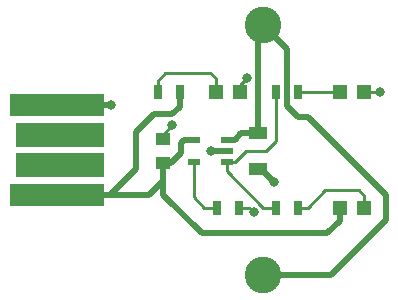
<source format=gtl>
G04 #@! TF.GenerationSoftware,KiCad,Pcbnew,(2017-01-24 revision 0b6147e)-makepkg*
G04 #@! TF.CreationDate,2017-09-23T14:32:10-07:00*
G04 #@! TF.ProjectId,LIR2032Charger,4C495232303332436861726765722E6B,rev?*
G04 #@! TF.FileFunction,Copper,L1,Top,Signal*
G04 #@! TF.FilePolarity,Positive*
%FSLAX46Y46*%
G04 Gerber Fmt 4.6, Leading zero omitted, Abs format (unit mm)*
G04 Created by KiCad (PCBNEW (2017-01-24 revision 0b6147e)-makepkg) date 09/23/17 14:32:10*
%MOMM*%
%LPD*%
G01*
G04 APERTURE LIST*
%ADD10C,0.100000*%
%ADD11C,3.100000*%
%ADD12R,1.250000X1.000000*%
%ADD13R,1.600000X1.000000*%
%ADD14R,8.000000X1.900000*%
%ADD15R,7.500000X2.000000*%
%ADD16R,1.198880X1.198880*%
%ADD17R,0.700000X1.300000*%
%ADD18R,1.100000X0.600000*%
%ADD19C,0.800000*%
%ADD20C,0.254000*%
%ADD21C,0.508000*%
%ADD22C,0.250000*%
G04 APERTURE END LIST*
D10*
D11*
X126450000Y-84845000D03*
X126450000Y-105955000D03*
D12*
X118000000Y-96500000D03*
X118000000Y-94500000D03*
D13*
X126000000Y-94000000D03*
X126000000Y-97000000D03*
D14*
X109000000Y-99210000D03*
X109000000Y-91590000D03*
D15*
X109250000Y-94100000D03*
X109250000Y-96700000D03*
D16*
X135049020Y-100300000D03*
X132950980Y-100300000D03*
X132950980Y-90500000D03*
X135049020Y-90500000D03*
D17*
X129450000Y-100300000D03*
X127550000Y-100300000D03*
X127550000Y-90500000D03*
X129450000Y-90500000D03*
X124450000Y-100300000D03*
X122550000Y-100300000D03*
X119450000Y-90500000D03*
X117550000Y-90500000D03*
D18*
X123380000Y-94530000D03*
X123380000Y-95480000D03*
X123380000Y-96430000D03*
X120580000Y-96430000D03*
X120580000Y-94530000D03*
D16*
X122450980Y-90500000D03*
X124549020Y-90500000D03*
D19*
X125700000Y-100700000D03*
X113620000Y-91580000D03*
X125140000Y-89290000D03*
X118770000Y-93330000D03*
X127360000Y-98090000D03*
X122080000Y-95480000D03*
X136340000Y-90500000D03*
D20*
X124450000Y-100300000D02*
X125300000Y-100300000D01*
X125300000Y-100300000D02*
X125700000Y-100700000D01*
D21*
X109000000Y-91590000D02*
X113610000Y-91590000D01*
X113610000Y-91590000D02*
X113620000Y-91580000D01*
D20*
X124549020Y-90500000D02*
X124549020Y-89880980D01*
X124549020Y-89880980D02*
X125140000Y-89290000D01*
X118000000Y-94500000D02*
X118000000Y-94100000D01*
X118000000Y-94100000D02*
X118770000Y-93330000D01*
D21*
X126000000Y-97000000D02*
X126270000Y-97000000D01*
X126270000Y-97000000D02*
X127360000Y-98090000D01*
X123380000Y-95480000D02*
X122080000Y-95480000D01*
D20*
X135049020Y-90500000D02*
X136340000Y-90500000D01*
D21*
X128480000Y-91650000D02*
X128480000Y-86875000D01*
X128480000Y-86875000D02*
X126450000Y-84845000D01*
X129440000Y-92610000D02*
X128480000Y-91650000D01*
X130250000Y-92610000D02*
X129440000Y-92610000D01*
X136870000Y-99230000D02*
X130250000Y-92610000D01*
X136870000Y-101310000D02*
X136870000Y-99230000D01*
X132225000Y-105955000D02*
X136870000Y-101310000D01*
X126450000Y-105955000D02*
X132225000Y-105955000D01*
X126000000Y-94000000D02*
X126000000Y-85295000D01*
X126000000Y-85295000D02*
X126450000Y-84845000D01*
X124070000Y-94530000D02*
X124600000Y-94000000D01*
X124600000Y-94000000D02*
X126000000Y-94000000D01*
X123380000Y-94530000D02*
X124070000Y-94530000D01*
X131890000Y-102470000D02*
X132950980Y-101409020D01*
X132950980Y-101409020D02*
X132950980Y-100300000D01*
X121270000Y-102470000D02*
X131890000Y-102470000D01*
X118000000Y-99200000D02*
X121270000Y-102470000D01*
X118000000Y-98000000D02*
X118000000Y-99200000D01*
X118800000Y-92400000D02*
X119450000Y-91750000D01*
X119450000Y-91750000D02*
X119450000Y-90500000D01*
X117200000Y-92400000D02*
X118800000Y-92400000D01*
X115700000Y-93900000D02*
X117200000Y-92400000D01*
X115700000Y-97000000D02*
X115700000Y-93900000D01*
X113490000Y-99210000D02*
X115700000Y-97000000D01*
X109000000Y-99210000D02*
X113490000Y-99210000D01*
X119500000Y-94800000D02*
X119770000Y-94530000D01*
X119770000Y-94530000D02*
X120580000Y-94530000D01*
X119500000Y-95700000D02*
X119500000Y-94800000D01*
X118700000Y-96500000D02*
X119500000Y-95700000D01*
X118000000Y-96500000D02*
X118700000Y-96500000D01*
X116790000Y-99210000D02*
X118000000Y-98000000D01*
X118000000Y-98000000D02*
X118000000Y-96500000D01*
X109000000Y-99210000D02*
X116790000Y-99210000D01*
D22*
X118000000Y-96500000D02*
X117500000Y-96500000D01*
D20*
X134600000Y-98830000D02*
X135049020Y-99279020D01*
X135049020Y-99279020D02*
X135049020Y-100300000D01*
X131720000Y-98830000D02*
X134600000Y-98830000D01*
X130250000Y-100300000D02*
X131720000Y-98830000D01*
X129450000Y-100300000D02*
X130250000Y-100300000D01*
D22*
X129450000Y-100000000D02*
X129500000Y-100000000D01*
D20*
X132950980Y-90500000D02*
X129450000Y-90500000D01*
X123380000Y-97180000D02*
X126500000Y-100300000D01*
X126500000Y-100300000D02*
X127550000Y-100300000D01*
X123380000Y-96430000D02*
X123380000Y-97180000D01*
X123380000Y-96430000D02*
X124070000Y-96430000D01*
X124070000Y-96430000D02*
X125000000Y-95500000D01*
X125000000Y-95500000D02*
X126700000Y-95500000D01*
X126700000Y-95500000D02*
X127550000Y-94650000D01*
X127550000Y-94650000D02*
X127550000Y-90500000D01*
X120580000Y-99380000D02*
X121500000Y-100300000D01*
X121500000Y-100300000D02*
X122550000Y-100300000D01*
X120580000Y-96430000D02*
X120580000Y-99380000D01*
X122000000Y-88900000D02*
X122450980Y-89350980D01*
X122450980Y-89350980D02*
X122450980Y-90500000D01*
X118200000Y-88900000D02*
X122000000Y-88900000D01*
X117550000Y-89550000D02*
X118200000Y-88900000D01*
X117550000Y-90500000D02*
X117550000Y-89550000D01*
M02*

</source>
